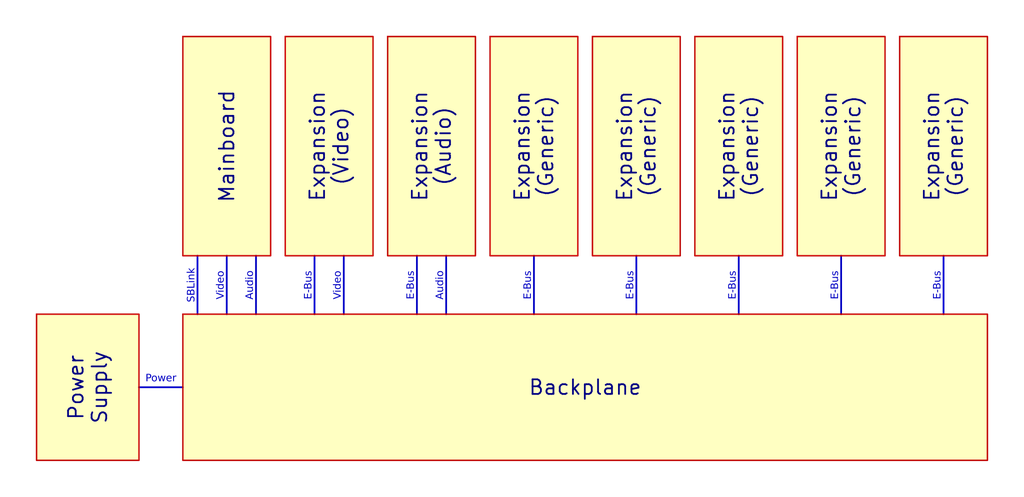
<source format=kicad_sch>
(kicad_sch
	(version 20250114)
	(generator "eeschema")
	(generator_version "9.0")
	(uuid "0a2acb27-ef30-465c-a9dc-888a98627cb0")
	(paper "User" 88.9 43.18)
	(lib_symbols)
	(text "E-Bus"
		(exclude_from_sim no)
		(at 73.025 25.019 90)
		(effects
			(font
				(face "FreeSans")
				(size 0.635 0.635)
			)
			(justify bottom)
		)
		(uuid "02ae79e2-6ef9-4143-a959-b25547b5a9a6")
	)
	(text "E-Bus"
		(exclude_from_sim no)
		(at 27.305 25.019 90)
		(effects
			(font
				(face "FreeSans")
				(size 0.635 0.635)
			)
			(justify bottom)
		)
		(uuid "3e4b1cd2-f454-4bd9-96fa-6ba7f3442073")
	)
	(text "E-Bus"
		(exclude_from_sim no)
		(at 64.135 25.019 90)
		(effects
			(font
				(face "FreeSans")
				(size 0.635 0.635)
			)
			(justify bottom)
		)
		(uuid "3fdb5d19-bd47-44e1-afa4-b0bf374ce8f8")
	)
	(text "Video"
		(exclude_from_sim no)
		(at 29.845 25.019 90)
		(effects
			(font
				(face "FreeSans")
				(size 0.635 0.635)
			)
			(justify bottom)
		)
		(uuid "5fa724a7-8602-4c15-94fd-b9b849a1aec5")
	)
	(text "SBLink"
		(exclude_from_sim no)
		(at 17.145 25.019 90)
		(effects
			(font
				(face "FreeSans")
				(size 0.635 0.635)
			)
			(justify bottom)
		)
		(uuid "8493ca67-8b6e-4950-8588-873b5e545775")
	)
	(text "Video"
		(exclude_from_sim no)
		(at 19.685 25.019 90)
		(effects
			(font
				(face "FreeSans")
				(size 0.635 0.635)
			)
			(justify bottom)
		)
		(uuid "a6b991da-32fb-482c-8e69-3cde6b87108d")
	)
	(text "Power"
		(exclude_from_sim no)
		(at 13.97 33.655 0)
		(effects
			(font
				(face "FreeSans")
				(size 0.635 0.635)
			)
			(justify bottom)
		)
		(uuid "b14066d3-9f88-4c47-9990-2c07d5f6aa3e")
	)
	(text "Audio"
		(exclude_from_sim no)
		(at 22.225 25.019 90)
		(effects
			(font
				(face "FreeSans")
				(size 0.635 0.635)
			)
			(justify bottom)
		)
		(uuid "b948c50a-c83b-4293-9986-1298af3efc60")
	)
	(text "E-Bus"
		(exclude_from_sim no)
		(at 36.195 25.019 90)
		(effects
			(font
				(face "FreeSans")
				(size 0.635 0.635)
			)
			(justify bottom)
		)
		(uuid "ced1787f-d489-467f-b874-72f3a16bd459")
	)
	(text "Audio"
		(exclude_from_sim no)
		(at 38.735 25.019 90)
		(effects
			(font
				(face "FreeSans")
				(size 0.635 0.635)
			)
			(justify bottom)
		)
		(uuid "cff7d576-0bf1-4b8d-822b-d9dbb4d2f31e")
	)
	(text "E-Bus"
		(exclude_from_sim no)
		(at 81.915 25.019 90)
		(effects
			(font
				(face "FreeSans")
				(size 0.635 0.635)
			)
			(justify bottom)
		)
		(uuid "edd81b69-0248-4a68-823e-70f0768bcb81")
	)
	(text "E-Bus"
		(exclude_from_sim no)
		(at 46.355 25.019 90)
		(effects
			(font
				(face "FreeSans")
				(size 0.635 0.635)
			)
			(justify bottom)
		)
		(uuid "faee510e-e0bf-4160-ad3b-228b1081a8cc")
	)
	(text "E-Bus"
		(exclude_from_sim no)
		(at 55.245 25.019 90)
		(effects
			(font
				(face "FreeSans")
				(size 0.635 0.635)
			)
			(justify bottom)
		)
		(uuid "ff579561-8707-4d7a-852f-8e38d2115c6e")
	)
	(text_box "Mainboard"
		(exclude_from_sim no)
		(at 15.875 3.175 90)
		(size 7.62 19.05)
		(margins 0.9525 0.9525 0.9525 0.9525)
		(stroke
			(width 0.127)
			(type solid)
			(color 194 0 0 1)
		)
		(fill
			(type color)
			(color 255 255 194 1)
		)
		(effects
			(font
				(face "KiCad Font")
				(size 1.27 1.27)
				(color 0 0 132 1)
			)
		)
		(uuid "21ad4da5-bd70-4ac6-b5c1-58282030609b")
	)
	(text_box "Expansion\n(Generic)"
		(exclude_from_sim no)
		(at 69.215 3.175 90)
		(size 7.62 19.05)
		(margins 0.9525 0.9525 0.9525 0.9525)
		(stroke
			(width 0.127)
			(type solid)
			(color 194 0 0 1)
		)
		(fill
			(type color)
			(color 255 255 194 1)
		)
		(effects
			(font
				(face "KiCad Font")
				(size 1.27 1.27)
				(color 0 0 132 1)
			)
		)
		(uuid "7529a745-cd1e-45bb-a556-fd1f65758beb")
	)
	(text_box "Expansion\n(Generic)"
		(exclude_from_sim no)
		(at 42.545 3.175 90)
		(size 7.62 19.05)
		(margins 0.9525 0.9525 0.9525 0.9525)
		(stroke
			(width 0.127)
			(type solid)
			(color 194 0 0 1)
		)
		(fill
			(type color)
			(color 255 255 194 1)
		)
		(effects
			(font
				(face "KiCad Font")
				(size 1.27 1.27)
				(color 0 0 132 1)
			)
		)
		(uuid "7f234d8a-71df-4a86-a25b-6ab5962ec8b7")
	)
	(text_box "Expansion\n(Video)"
		(exclude_from_sim no)
		(at 24.765 3.175 90)
		(size 7.62 19.05)
		(margins 0.9525 0.9525 0.9525 0.9525)
		(stroke
			(width 0.127)
			(type solid)
			(color 194 0 0 1)
		)
		(fill
			(type color)
			(color 255 255 194 1)
		)
		(effects
			(font
				(face "KiCad Font")
				(size 1.27 1.27)
				(color 0 0 132 1)
			)
		)
		(uuid "94d9cc49-990a-4674-9eaf-a20f040dc778")
	)
	(text_box "Expansion\n(Generic)"
		(exclude_from_sim no)
		(at 51.435 3.175 90)
		(size 7.62 19.05)
		(margins 0.9525 0.9525 0.9525 0.9525)
		(stroke
			(width 0.127)
			(type solid)
			(color 194 0 0 1)
		)
		(fill
			(type color)
			(color 255 255 194 1)
		)
		(effects
			(font
				(face "KiCad Font")
				(size 1.27 1.27)
				(color 0 0 132 1)
			)
		)
		(uuid "ac7c174f-2679-47b7-bebc-dae179be2783")
	)
	(text_box "Expansion\n(Generic)"
		(exclude_from_sim no)
		(at 78.105 3.175 90)
		(size 7.62 19.05)
		(margins 0.9525 0.9525 0.9525 0.9525)
		(stroke
			(width 0.127)
			(type solid)
			(color 194 0 0 1)
		)
		(fill
			(type color)
			(color 255 255 194 1)
		)
		(effects
			(font
				(face "KiCad Font")
				(size 1.27 1.27)
				(color 0 0 132 1)
			)
		)
		(uuid "bb00490e-d136-4da7-a916-42d28197c815")
	)
	(text_box "Backplane"
		(exclude_from_sim no)
		(at 15.875 27.305 0)
		(size 69.85 12.7)
		(margins 0.9525 0.9525 0.9525 0.9525)
		(stroke
			(width 0.127)
			(type solid)
			(color 194 0 0 1)
		)
		(fill
			(type color)
			(color 255 255 194 1)
		)
		(effects
			(font
				(face "KiCad Font")
				(size 1.27 1.27)
				(color 0 0 132 1)
			)
		)
		(uuid "bb41711f-c1b1-4503-9776-a3e972e87be0")
	)
	(text_box "Expansion\n(Audio)"
		(exclude_from_sim no)
		(at 33.655 3.175 90)
		(size 7.62 19.05)
		(margins 0.9525 0.9525 0.9525 0.9525)
		(stroke
			(width 0.127)
			(type solid)
			(color 194 0 0 1)
		)
		(fill
			(type color)
			(color 255 255 194 1)
		)
		(effects
			(font
				(face "KiCad Font")
				(size 1.27 1.27)
				(color 0 0 132 1)
			)
		)
		(uuid "c6647f0b-990b-42e1-88b1-e3b0064614cb")
	)
	(text_box "Power Supply"
		(exclude_from_sim no)
		(at 3.175 27.305 90)
		(size 8.89 12.7)
		(margins 0.9525 0.9525 0.9525 0.9525)
		(stroke
			(width 0.127)
			(type solid)
			(color 194 0 0 1)
		)
		(fill
			(type color)
			(color 255 255 194 1)
		)
		(effects
			(font
				(face "KiCad Font")
				(size 1.27 1.27)
				(color 0 0 132 1)
			)
		)
		(uuid "d459481f-a956-4b6b-9800-4928043a7e4d")
	)
	(text_box "Expansion\n(Generic)"
		(exclude_from_sim no)
		(at 60.325 3.175 90)
		(size 7.62 19.05)
		(margins 0.9525 0.9525 0.9525 0.9525)
		(stroke
			(width 0.127)
			(type solid)
			(color 194 0 0 1)
		)
		(fill
			(type color)
			(color 255 255 194 1)
		)
		(effects
			(font
				(face "KiCad Font")
				(size 1.27 1.27)
				(color 0 0 132 1)
			)
		)
		(uuid "da74f0a1-8642-4035-a00f-479590f7e398")
	)
	(polyline
		(pts
			(xy 27.305 22.225) (xy 27.305 27.305)
		)
		(stroke
			(width 0)
			(type default)
		)
		(uuid "07ec5b6d-9dec-4d59-b93b-8cb5a6ac3161")
	)
	(polyline
		(pts
			(xy 73.025 22.225) (xy 73.025 27.305)
		)
		(stroke
			(width 0)
			(type default)
		)
		(uuid "1d0e1de5-2d80-4815-8073-9824199f28e2")
	)
	(polyline
		(pts
			(xy 46.355 22.225) (xy 46.355 27.305)
		)
		(stroke
			(width 0)
			(type default)
		)
		(uuid "3120dcf1-1dfb-41cb-9337-e0ead21be9a6")
	)
	(polyline
		(pts
			(xy 81.915 22.225) (xy 81.915 27.305)
		)
		(stroke
			(width 0)
			(type default)
		)
		(uuid "42f84de6-43dc-489b-a6a8-8f1d5577faca")
	)
	(polyline
		(pts
			(xy 22.225 22.225) (xy 22.225 27.305)
		)
		(stroke
			(width 0)
			(type default)
		)
		(uuid "48aa5576-eee9-4404-a9e8-31f6027400c6")
	)
	(polyline
		(pts
			(xy 17.145 22.225) (xy 17.145 27.305)
		)
		(stroke
			(width 0)
			(type default)
		)
		(uuid "5ea3a79f-a5ee-4598-91d6-b9df83774243")
	)
	(polyline
		(pts
			(xy 19.685 22.225) (xy 19.685 27.305)
		)
		(stroke
			(width 0)
			(type default)
		)
		(uuid "6aaa2a0e-68bb-4a54-894c-b976adf869fe")
	)
	(polyline
		(pts
			(xy 12.065 33.655) (xy 15.875 33.655)
		)
		(stroke
			(width 0)
			(type default)
		)
		(uuid "7ae3413a-2b1f-479a-85f3-85184b661ecc")
	)
	(polyline
		(pts
			(xy 38.735 22.225) (xy 38.735 27.305)
		)
		(stroke
			(width 0)
			(type default)
		)
		(uuid "936f4e4a-bd91-4ed1-b87c-e7b7ba8b9add")
	)
	(polyline
		(pts
			(xy 64.135 22.225) (xy 64.135 27.305)
		)
		(stroke
			(width 0)
			(type default)
		)
		(uuid "a073be74-d5a5-4d06-97ec-3cbae8f2b277")
	)
	(polyline
		(pts
			(xy 36.195 22.225) (xy 36.195 27.305)
		)
		(stroke
			(width 0)
			(type default)
		)
		(uuid "b480baa8-40d4-43ff-844d-39d77bfe12a5")
	)
	(polyline
		(pts
			(xy 55.245 22.225) (xy 55.245 27.305)
		)
		(stroke
			(width 0)
			(type default)
		)
		(uuid "f51e9831-e481-4a8d-9349-d223dc526d8b")
	)
	(polyline
		(pts
			(xy 29.845 22.225) (xy 29.845 27.305)
		)
		(stroke
			(width 0)
			(type default)
		)
		(uuid "fce2f2c4-d6b0-4b23-aa5e-e48f74b44a77")
	)
)

</source>
